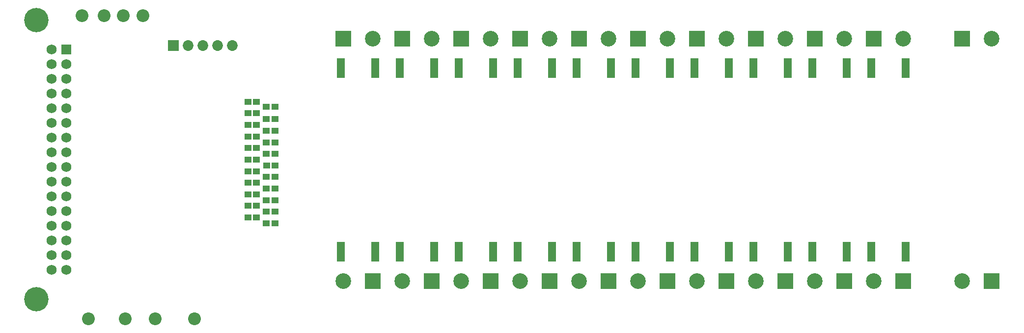
<source format=gbs>
G04*
G04 #@! TF.GenerationSoftware,Altium Limited,Altium Designer,22.5.1 (42)*
G04*
G04 Layer_Color=16711935*
%FSLAX25Y25*%
%MOIN*%
G70*
G04*
G04 #@! TF.SameCoordinates,4C861729-87C5-483C-8B33-AEF81C08CF8D*
G04*
G04*
G04 #@! TF.FilePolarity,Negative*
G04*
G01*
G75*
%ADD25R,0.04540X0.04343*%
%ADD32C,0.08674*%
%ADD33C,0.16548*%
%ADD34C,0.06800*%
%ADD35R,0.06800X0.06800*%
%ADD36C,0.10642*%
%ADD37R,0.10642X0.10642*%
%ADD38C,0.07296*%
%ADD39R,0.07296X0.07296*%
%ADD54R,0.05721X0.13595*%
D25*
X160827Y132677D02*
D03*
X155118D02*
D03*
X173425Y97244D02*
D03*
X167717D02*
D03*
X173524Y128740D02*
D03*
X167815D02*
D03*
X173425Y89370D02*
D03*
X167717D02*
D03*
X160827Y93307D02*
D03*
X155118D02*
D03*
X160827Y101181D02*
D03*
X155118D02*
D03*
X173425Y105118D02*
D03*
X167717D02*
D03*
X160827Y109055D02*
D03*
X155118D02*
D03*
X173425Y112992D02*
D03*
X167717D02*
D03*
X160827Y116929D02*
D03*
X155118D02*
D03*
X173425Y120866D02*
D03*
X167717D02*
D03*
X160827Y124803D02*
D03*
X155118D02*
D03*
X160827Y172047D02*
D03*
X155118D02*
D03*
X173425Y168504D02*
D03*
X167717D02*
D03*
X160827Y164173D02*
D03*
X155118D02*
D03*
X173425Y160236D02*
D03*
X167717D02*
D03*
X160827Y156299D02*
D03*
X155118D02*
D03*
X173425Y152362D02*
D03*
X167717D02*
D03*
X160827Y148425D02*
D03*
X155118D02*
D03*
X173425Y144488D02*
D03*
X167717D02*
D03*
X160827Y140551D02*
D03*
X155118D02*
D03*
X173425Y136614D02*
D03*
X167717D02*
D03*
D32*
X83858Y230709D02*
D03*
X46850Y24409D02*
D03*
X42520Y230709D02*
D03*
X92126Y24409D02*
D03*
X72047D02*
D03*
X57480Y230709D02*
D03*
X70473D02*
D03*
X118898Y24409D02*
D03*
D33*
X11713Y227776D02*
D03*
Y37776D02*
D03*
D34*
X21949Y57776D02*
D03*
X31949D02*
D03*
X21949Y67776D02*
D03*
X31949D02*
D03*
X21949Y77776D02*
D03*
X31949D02*
D03*
X21949Y87776D02*
D03*
X31949D02*
D03*
X21949Y97776D02*
D03*
X31949D02*
D03*
X21949Y107776D02*
D03*
X31949D02*
D03*
X21949Y117776D02*
D03*
X31949D02*
D03*
X21949Y127776D02*
D03*
X31949D02*
D03*
X21949Y137776D02*
D03*
X31949D02*
D03*
X21949Y147776D02*
D03*
X31949D02*
D03*
X21949Y157776D02*
D03*
X31949D02*
D03*
X21949Y167776D02*
D03*
X31949D02*
D03*
X21949Y177776D02*
D03*
X31949D02*
D03*
X21949Y187776D02*
D03*
X31949D02*
D03*
X21949Y197776D02*
D03*
X31949D02*
D03*
X21949Y207776D02*
D03*
D35*
X31949D02*
D03*
D36*
X380000Y50000D02*
D03*
X340000D02*
D03*
X300000D02*
D03*
X260000D02*
D03*
X220000D02*
D03*
X580000D02*
D03*
X540000D02*
D03*
X500000D02*
D03*
X460000D02*
D03*
X420000D02*
D03*
X640000D02*
D03*
X400000Y215000D02*
D03*
X360000D02*
D03*
X320000D02*
D03*
X280000D02*
D03*
X240000D02*
D03*
X600000D02*
D03*
X560000D02*
D03*
X520000D02*
D03*
X480000D02*
D03*
X440000D02*
D03*
X660000D02*
D03*
D37*
X400000Y50000D02*
D03*
X360000D02*
D03*
X320000D02*
D03*
X280000D02*
D03*
X240000D02*
D03*
X600000D02*
D03*
X560000D02*
D03*
X520000D02*
D03*
X480000D02*
D03*
X440000D02*
D03*
X660000D02*
D03*
X380000Y215000D02*
D03*
X340000D02*
D03*
X300000D02*
D03*
X260000D02*
D03*
X220000D02*
D03*
X580000D02*
D03*
X540000D02*
D03*
X500000D02*
D03*
X460000D02*
D03*
X420000D02*
D03*
X640000D02*
D03*
D38*
X144409Y210236D02*
D03*
X134409D02*
D03*
X114409D02*
D03*
X124409D02*
D03*
D39*
X104409D02*
D03*
D54*
X281614Y70000D02*
D03*
X258386D02*
D03*
X281614Y195000D02*
D03*
X258386D02*
D03*
X401614Y70000D02*
D03*
X378386D02*
D03*
X361614D02*
D03*
X338386D02*
D03*
X321614D02*
D03*
X298386D02*
D03*
X241614D02*
D03*
X218386D02*
D03*
X601614D02*
D03*
X578386D02*
D03*
X561614D02*
D03*
X538386D02*
D03*
X521614D02*
D03*
X498386D02*
D03*
X481614D02*
D03*
X458386D02*
D03*
X441614D02*
D03*
X418386D02*
D03*
X401614Y195000D02*
D03*
X378386D02*
D03*
X361614D02*
D03*
X338386D02*
D03*
X321614D02*
D03*
X298386D02*
D03*
X241614D02*
D03*
X218386D02*
D03*
X601614D02*
D03*
X578386D02*
D03*
X561614D02*
D03*
X538386D02*
D03*
X521614D02*
D03*
X498386D02*
D03*
X481614D02*
D03*
X458386D02*
D03*
X441614D02*
D03*
X418386D02*
D03*
M02*

</source>
